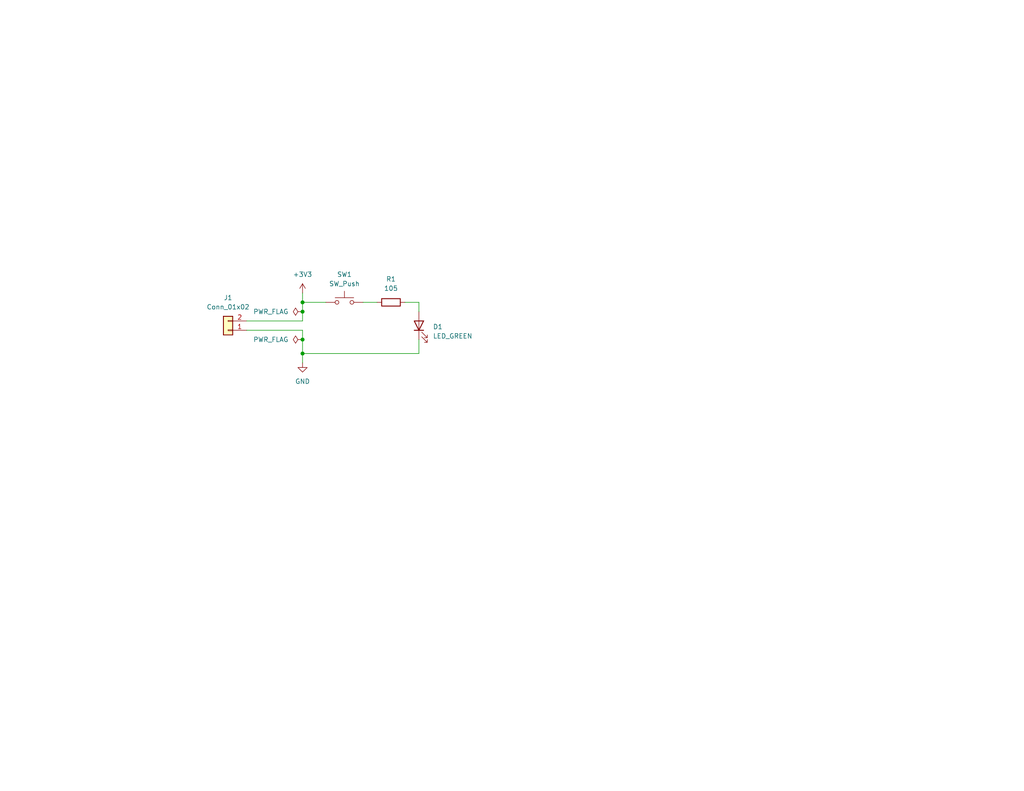
<source format=kicad_sch>
(kicad_sch (version 20231120) (generator "eeschema") (generator_version "8.0")
  (paper "USLetter")
  (title_block (title "proj_1_LED") (date "2024-09-11") (rev "1.0") (company "Illini Solar Car") (comment 1 "Designed By: Alan Shi"))
  (lib_symbols
    (symbol "Connector_Generic:Conn_01x02" (pin_names (offset 1.016) hide)
      (property "Reference" "J" (at 0 2.54 0))
      (property "Value" "Conn_01x02" (at 0 -5.08 0))
      (symbol "Conn_01x02_1_1"
        (rectangle (start -1.27 -2.413) (end 0 -2.667) (stroke (width 0.1524)))
        (rectangle (start -1.27 0.127) (end 0 -0.127) (stroke (width 0.1524)))
        (rectangle (start -1.27 1.27) (end 1.27 -3.81) (stroke (width 0.254)) (fill (type background)))
        (pin passive line (at -5.08 0 0) (length 3.81) (name "Pin_1") (number "1"))
        (pin passive line (at -5.08 -2.54 0) (length 3.81) (name "Pin_2") (number "2"))
      )
    )
    (symbol "Device:LED" (pin_numbers hide) (pin_names (offset 1.016) hide)
      (property "Reference" "D" (at 0 2.54 0))
      (property "Value" "LED" (at 0 -2.54 0))
      (symbol "LED_0_1"
        (polyline (pts (xy -1.27 -1.27) (xy -1.27 1.27)) (stroke (width 0.254)))
        (polyline (pts (xy -1.27 0) (xy 1.27 0)))
        (polyline (pts (xy 1.27 -1.27) (xy 1.27 1.27) (xy -1.27 0) (xy 1.27 -1.27)) (stroke (width 0.254)))
        (polyline (pts (xy -3.048 -0.762) (xy -4.572 -2.286) (xy -3.81 -2.286) (xy -4.572 -2.286) (xy -4.572 -1.524)))
        (polyline (pts (xy -1.778 -0.762) (xy -3.302 -2.286) (xy -2.54 -2.286) (xy -3.302 -2.286) (xy -3.302 -1.524)))
      )
      (symbol "LED_1_1"
        (pin passive line (at -3.81 0 0) (length 2.54) (name "K") (number "1"))
        (pin passive line (at 3.81 0 180) (length 2.54) (name "A") (number "2"))
      )
    )
    (symbol "Device:R" (pin_numbers hide) (pin_names (offset 0))
      (property "Reference" "R" (at 2.032 0 90))
      (property "Value" "R" (at 0 0 90))
      (symbol "R_0_1"
        (rectangle (start -1.016 -2.54) (end 1.016 2.54) (stroke (width 0.254)))
      )
      (symbol "R_1_1"
        (pin passive line (at 0 3.81 270) (length 1.27) (name "~") (number "1"))
        (pin passive line (at 0 -3.81 90) (length 1.27) (name "~") (number "2"))
      )
    )
    (symbol "Switch:SW_Push" (pin_numbers hide) (pin_names (offset 1.016) hide)
      (property "Reference" "SW" (at 1.27 2.54 0))
      (property "Value" "SW_Push" (at 0 -1.524 0))
      (symbol "SW_Push_0_1"
        (circle (center -2.032 0) (radius 0.508))
        (polyline (pts (xy 0 1.27) (xy 0 3.048)))
        (polyline (pts (xy 2.54 1.27) (xy -2.54 1.27)))
        (circle (center 2.032 0) (radius 0.508))
        (pin passive line (at -5.08 0 0) (length 2.54) (name "1") (number "1"))
        (pin passive line (at 5.08 0 180) (length 2.54) (name "2") (number "2"))
      )
    )
    (symbol "power:+3V3" (power) (pin_names (offset 0))
      (property "Value" "+3V3" (at 0 3.556 0))
      (symbol "+3V3_0_1"
        (polyline (pts (xy -0.762 1.27) (xy 0 2.54)))
        (polyline (pts (xy 0 0) (xy 0 2.54)))
        (polyline (pts (xy 0 2.54) (xy 0.762 1.27)))
      )
      (symbol "+3V3_1_1"
        (pin power_in line (at 0 0 90) (length 0) hide (name "+3V3") (number "1"))
      )
    )
    (symbol "power:GND" (power) (pin_names (offset 0))
      (property "Value" "GND" (at 0 -3.81 0))
      (symbol "GND_0_1"
        (polyline (pts (xy 0 0) (xy 0 -1.27) (xy 1.27 -1.27) (xy 0 -2.54) (xy -1.27 -1.27) (xy 0 -1.27)))
      )
      (symbol "GND_1_1"
        (pin power_in line (at 0 0 270) (length 0) hide (name "GND") (number "1"))
      )
    )
    (symbol "power:PWR_FLAG" (power) (pin_numbers hide) (pin_names (offset 0) hide)
      (property "Value" "PWR_FLAG" (at 0 3.81 0))
      (symbol "PWR_FLAG_0_0"
        (pin power_out line (at 0 0 90) (length 0) (name "pwr") (number "1"))
      )
      (symbol "PWR_FLAG_0_1"
        (polyline (pts (xy 0 0) (xy 0 1.27) (xy -1.016 1.905) (xy 0 2.54) (xy 1.016 1.905) (xy 0 1.27)))
      )
    )
  )
  (junction (at 82.55 85.09))
  (junction (at 82.55 92.71))
  (junction (at 82.55 96.52))
  (junction (at 82.55 82.55))
  (wire (pts (xy 114.3 92.71) (xy 114.3 96.52)))
  (wire (pts (xy 82.55 80.01) (xy 82.55 82.55)))
  (wire (pts (xy 99.06 82.55) (xy 102.87 82.55)))
  (wire (pts (xy 67.31 90.17) (xy 82.55 90.17)))
  (wire (pts (xy 82.55 85.09) (xy 82.55 82.55)))
  (wire (pts (xy 67.31 87.63) (xy 82.55 87.63)))
  (wire (pts (xy 82.55 87.63) (xy 82.55 85.09)))
  (wire (pts (xy 82.55 96.52) (xy 82.55 99.06)))
  (wire (pts (xy 114.3 96.52) (xy 82.55 96.52)))
  (wire (pts (xy 114.3 82.55) (xy 114.3 85.09)))
  (wire (pts (xy 110.49 82.55) (xy 114.3 82.55)))
  (wire (pts (xy 82.55 82.55) (xy 88.9 82.55)))
  (wire (pts (xy 82.55 90.17) (xy 82.55 92.71)))
  (wire (pts (xy 82.55 92.71) (xy 82.55 96.52)))
  (symbol (lib_id "power:PWR_FLAG") (at 82.55 92.71 90) (unit 1)
    (property "Reference" "#FLG02" (effects (hide yes)))
    (property "Value" "PWR_FLAG" (at 78.74 92.7099 90) (effects (justify left)))
    (property "Description" "Special symbol for telling ERC where power comes from" (effects (hide yes)))
  )
  (symbol (lib_id "power:GND") (at 82.55 99.06 0) (unit 1)
    (property "Reference" "#PWR02" (effects (hide yes)))
    (property "Value" "GND" (at 82.55 104.14 0))
    (property "Description" "Power symbol creates a global label with name \"GND\" , ground" (effects (hide yes)))
  )
  (symbol (lib_id "power:PWR_FLAG") (at 82.55 85.09 90) (unit 1)
    (property "Reference" "#FLG01" (effects (hide yes)))
    (property "Value" "PWR_FLAG" (at 78.74 85.0899 90) (effects (justify left)))
    (property "Description" "Special symbol for telling ERC where power comes from" (effects (hide yes)))
  )
  (symbol (lib_id "Device:LED") (at 114.3 88.9 90) (unit 1)
    (property "Reference" "D1" (at 118.11 89.2174 90) (effects (justify right)))
    (property "Value" "LED_GREEN" (at 118.11 91.7574 90) (effects (justify right)))
    (property "Footprint" "layout:LED_0603_Symbol_on_F.SilkS" (effects (hide yes)))
    (property "Description" "Light emitting diode" (effects (hide yes)))
  )
  (symbol (lib_id "Connector_Generic:Conn_01x02") (at 62.23 90.17 180) (unit 1)
    (property "Reference" "J1" (at 62.23 81.28 0))
    (property "Value" "Conn_01x02" (at 62.23 83.82 0))
    (property "Footprint" "Connector_Molex:Molex_KK-254_AE-6410-02A_1x02_P2.54mm_Vertical" (effects (hide yes)))
    (property "Datasheet" "https://www.molex.com/content/dam/molex/molex-dot-com/products/automated/en-us/salesdrawingpdf/641/6410/022272021_sd.pdf?inline" (effects (hide yes)))
    (property "Description" "Generic connector, single row, 01x02, script generated (kicad-library-utils/schlib/autogen/connector/)" (effects (hide yes)))
    (property "MPN" "022272021" (effects (hide yes)))
  )
  (symbol (lib_id "power:+3V3") (at 82.55 80.01 0) (unit 1)
    (property "Reference" "#PWR01" (effects (hide yes)))
    (property "Value" "+3V3" (at 82.55 74.93 0))
    (property "Description" "Power symbol creates a global label with name \"+3V3\"" (effects (hide yes)))
  )
  (symbol (lib_id "Device:R") (at 106.68 82.55 270) (unit 1)
    (property "Reference" "R1" (at 106.68 76.2 90))
    (property "Value" "105" (at 106.68 78.74 90))
    (property "Footprint" "Resistor_SMD:R_0201_0603Metric_Pad0.64x0.40mm_HandSolder" (effects (hide yes)))
    (property "Description" "Resistor" (effects (hide yes)))
  )
  (symbol (lib_id "Switch:SW_Push") (at 93.98 82.55 0) (unit 1)
    (property "Reference" "SW1" (at 93.98 74.93 0))
    (property "Value" "SW_Push" (at 93.98 77.47 0))
    (property "Footprint" "Button_Switch_SMD:SW_DIP_SPSTx01_Slide_6.7x4.1mm_W8.61mm_P2.54mm_LowProfile" (effects (hide yes)))
    (property "Datasheet" "https://www.te.com/usa-en/product-1825910-6.datasheet.pdf" (effects (hide yes)))
    (property "Description" "Push button switch, generic, two pins" (effects (hide yes)))
    (property "MPN" "  1825910-6" (effects (hide yes)))
  )
)
</source>
